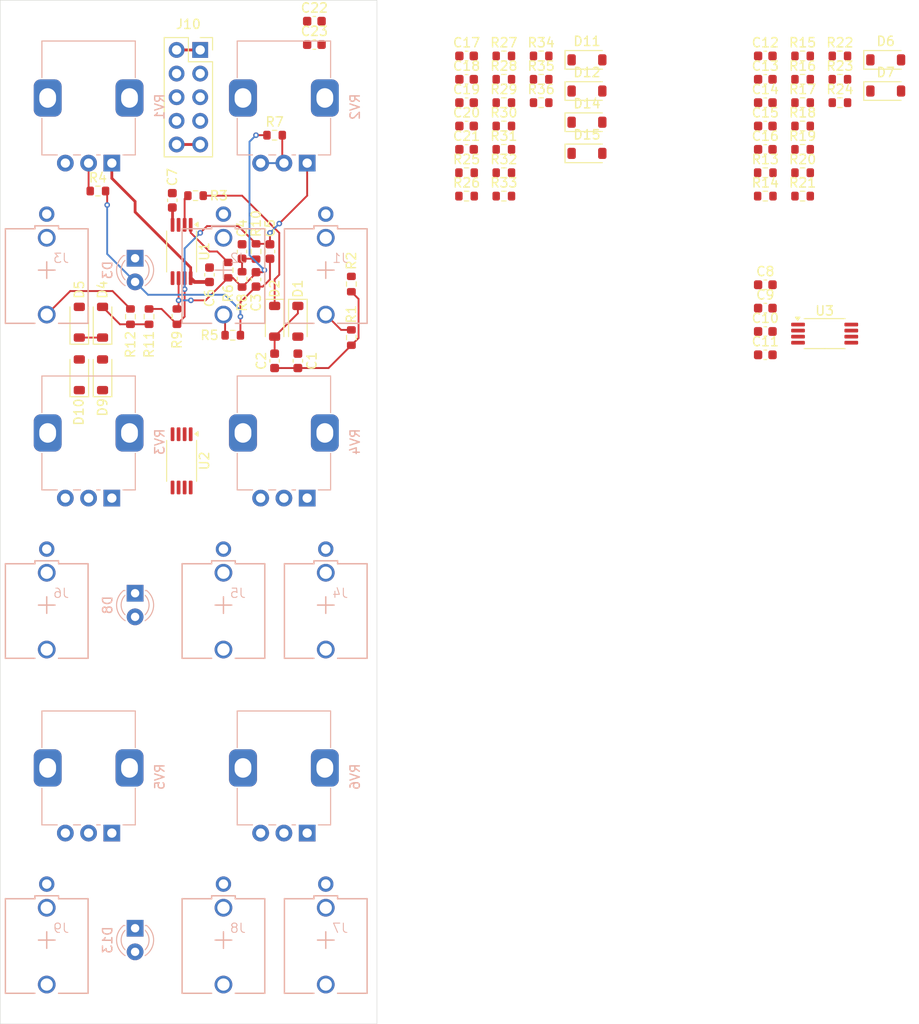
<source format=kicad_pcb>
(kicad_pcb (version 20240108) (generator "pcbnew") (generator_version "8.0")
  (layers (0 "F.Cu" signal) (31 "B.Cu" signal) (34 "B.Paste" user) (35 "F.Paste" user) (36 "B.SilkS" user "B.Silkscreen") (37 "F.SilkS" user "F.Silkscreen") (38 "B.Mask" user) (39 "F.Mask" user) (44 "Edge.Cuts" user))
  (net 0 "")
  (net 1 "GND")
  (net 2 "Net-(C1-Pad1)")
  (net 3 "Net-(D1-K)")
  (net 4 "Net-(U1B--)")
  (net 5 "Net-(D3-A)")
  (net 6 "Net-(C4-Pad1)")
  (net 7 "Net-(C5-Pad1)")
  (net 8 "+12V")
  (net 9 "-12V")
  (net 10 "Net-(C12-Pad1)")
  (net 11 "Net-(D6-K)")
  (net 12 "Net-(U2B--)")
  (net 13 "Net-(D8-A)")
  (net 14 "Net-(C15-Pad1)")
  (net 15 "Net-(C16-Pad1)")
  (net 16 "Net-(C17-Pad1)")
  (net 17 "Net-(D11-K)")
  (net 18 "Net-(D13-A)")
  (net 19 "Net-(U3B--)")
  (net 20 "Net-(C20-Pad1)")
  (net 21 "Net-(C21-Pad1)")
  (net 22 "Net-(D2-K)")
  (net 23 "Net-(D4-K)")
  (net 24 "Net-(D4-A)")
  (net 25 "Net-(D7-K)")
  (net 26 "Net-(D9-A)")
  (net 27 "Net-(D10-K)")
  (net 28 "Net-(D12-K)")
  (net 29 "Net-(D14-A)")
  (net 30 "Net-(D14-K)")
  (net 32 "Net-(J1-3)")
  (net 33 "Net-(J2-3)")
  (net 36 "Net-(J3-3)")
  (net 37 "Net-(J4-3)")
  (net 39 "Net-(J5-3)")
  (net 42 "Net-(J6-3)")
  (net 44 "Net-(J7-3)")
  (net 46 "Net-(J8-3)")
  (net 47 "Net-(J9-3)")
  (net 49 "Net-(U1A--)")
  (net 50 "Net-(R4-Pad1)")
  (net 51 "Net-(R6-Pad1)")
  (net 52 "Net-(R7-Pad2)")
  (net 53 "Net-(U2A--)")
  (net 54 "Net-(R16-Pad1)")
  (net 55 "Net-(R18-Pad1)")
  (net 56 "Net-(R19-Pad2)")
  (net 57 "Net-(U3A--)")
  (net 58 "Net-(R28-Pad1)")
  (net 59 "Net-(R30-Pad1)")
  (net 60 "Net-(R31-Pad2)")
  (footprint "Capacitor_SMD:C_0603_1608Metric" (layer "F.Cu") (at 73.1375 73.505)
    (property "Reference" "C19")
    (property "Value" "100nF")
  )
  (footprint "Resistor_SMD:R_0603_1608Metric" (layer "F.Cu") (at 50.5 89.5 90)
    (property "Reference" "R10")
    (property "Value" "100k")
  )
  (footprint "Capacitor_SMD:C_0603_1608Metric" (layer "F.Cu") (at 56.775 67.26)
    (property "Reference" "C23")
    (property "Value" "10uF")
  )
  (footprint "Capacitor_SMD:C_0603_1608Metric" (layer "F.Cu") (at 73.1375 76.015)
    (property "Reference" "C20")
    (property "Value" "100nF")
  )
  (footprint "Package_SO:TSSOP-8_4.4x3mm_P0.65mm" (layer "F.Cu") (at 42.5 89.5 -90)
    (property "Reference" "U1")
    (property "Value" "TL072")
  )
  (footprint "Resistor_SMD:R_0603_1608Metric" (layer "F.Cu") (at 77.1475 76.015)
    (property "Reference" "R30")
    (property "Value" "100k")
  )
  (footprint "Capacitor_SMD:C_0603_1608Metric" (layer "F.Cu") (at 55 101.25 90)
    (property "Reference" "C1")
    (property "Value" "100nF")
  )
  (footprint "Resistor_SMD:R_0603_1608Metric" (layer "F.Cu") (at 81.1575 70.995)
    (property "Reference" "R35")
    (property "Value" "1k")
  )
  (footprint "Resistor_SMD:R_0603_1608Metric" (layer "F.Cu") (at 49 92.5 90)
    (property "Reference" "R8")
    (property "Value" "100k")
  )
  (footprint "Resistor_SMD:R_0603_1608Metric" (layer "F.Cu") (at 47.5 91.5 -90)
    (property "Reference" "R6")
    (property "Value" "100k")
  )
  (footprint "Capacitor_SMD:C_0603_1608Metric" (layer "F.Cu") (at 105.2575 76.015)
    (property "Reference" "C15")
    (property "Value" "100nF")
  )
  (footprint "Diode_SMD:D_SOD-123" (layer "F.Cu") (at 118.2025 72.255)
    (property "Reference" "D7")
    (property "Value" "1N4148W")
  )
  (footprint "Connector_PinSocket_2.54mm:PinSocket_2x05_P2.54mm_Vertical" (layer "F.Cu") (at 44.5 67.84)
    (property "Reference" "J10")
    (property "Value" "Eurorack_Power_10pin_Unshrouded")
  )
  (footprint "Resistor_SMD:R_0603_1608Metric" (layer "F.Cu") (at 113.2775 70.995)
    (property "Reference" "R23")
    (property "Value" "1k")
  )
  (footprint "Diode_SMD:D_SOD-123" (layer "F.Cu") (at 118.2025 68.905)
    (property "Reference" "D6")
    (property "Value" "1N4148W")
  )
  (footprint "Resistor_SMD:R_0603_1608Metric" (layer "F.Cu") (at 109.2675 76.015)
    (property "Reference" "R18")
    (property "Value" "100k")
  )
  (footprint "Resistor_SMD:R_0603_1608Metric" (layer "F.Cu") (at 81.1575 68.485)
    (property "Reference" "R34")
    (property "Value" "100k")
  )
  (footprint "Diode_SMD:D_SOD-123" (layer "F.Cu") (at 86.0825 68.905)
    (property "Reference" "D11")
    (property "Value" "1N4148W")
  )
  (footprint "Diode_SMD:D_SOD-123" (layer "F.Cu") (at 86.0825 78.955)
    (property "Reference" "D15")
    (property "Value" "5.1V Zener")
  )
  (footprint "Resistor_SMD:R_0603_1608Metric" (layer "F.Cu") (at 109.2675 83.545)
    (property "Reference" "R21")
    (property "Value" "470k")
  )
  (footprint "Resistor_SMD:R_0603_1608Metric" (layer "F.Cu") (at 105.2575 81.035)
    (property "Reference" "R13")
    (property "Value" "10k")
  )
  (footprint "Diode_SMD:D_SOD-123" (layer "F.Cu") (at 34 97.1 90)
    (property "Reference" "D4")
    (property "Value" "5.1V Zener")
  )
  (footprint "Capacitor_SMD:C_0603_1608Metric" (layer "F.Cu") (at 105.2575 93.075)
    (property "Reference" "C8")
    (property "Value" "100nF")
  )
  (footprint "Resistor_SMD:R_0603_1608Metric" (layer "F.Cu") (at 77.1475 78.525)
    (property "Reference" "R31")
    (property "Value" "75k")
  )
  (footprint "Diode_SMD:D_SOD-123" (layer "F.Cu") (at 31.5 102.75 90)
    (property "Reference" "D10")
    (property "Value" "5.1V Zener")
  )
  (footprint "Capacitor_SMD:C_0603_1608Metric" (layer "F.Cu") (at 50.5 92.5 -90)
    (property "Reference" "C3")
    (property "Value" "100nF")
  )
  (footprint "Capacitor_SMD:C_0603_1608Metric" (layer "F.Cu") (at 105.2575 68.485)
    (property "Reference" "C12")
    (property "Value" "100nF")
  )
  (footprint "Capacitor_SMD:C_0603_1608Metric" (layer "F.Cu") (at 105.2575 100.605)
    (property "Reference" "C11")
    (property "Value" "100nF")
  )
  (footprint "Capacitor_SMD:C_0603_1608Metric" (layer "F.Cu") (at 73.1375 70.995)
    (property "Reference" "C18")
    (property "Value" "10nF")
  )
  (footprint "Resistor_SMD:R_0603_1608Metric" (layer "F.Cu") (at 109.2675 78.525)
    (property "Reference" "R19")
    (property "Value" "75k")
  )
  (footprint "Capacitor_SMD:C_0603_1608Metric" (layer "F.Cu") (at 73.1375 68.485)
    (property "Reference" "C17")
    (property "Value" "100nF")
  )
  (footprint "Resistor_SMD:R_0603_1608Metric" (layer "F.Cu") (at 109.2675 68.485)
    (property "Reference" "R15")
    (property "Value" "100k")
  )
  (footprint "Resistor_SMD:R_0603_1608Metric" (layer "F.Cu") (at 77.1475 81.035)
    (property "Reference" "R32")
    (property "Value" "100k")
  )
  (footprint "Resistor_SMD:R_0603_1608Metric" (layer "F.Cu") (at 60.75 93 -90)
    (property "Reference" "R2")
    (property "Value" "100k")
  )
  (footprint "Resistor_SMD:R_0603_1608Metric" (layer "F.Cu") (at 109.2675 73.505)
    (property "Reference" "R17")
    (property "Value" "100k")
  )
  (footprint "Package_SO:TSSOP-8_4.4x3mm_P0.65mm" (layer "F.Cu") (at 111.6375 98.325)
    (property "Reference" "U3")
    (property "Value" "TL072")
  )
  (footprint "Capacitor_SMD:C_0603_1608Metric" (layer "F.Cu") (at 105.2575 98.095)
    (property "Reference" "C10")
    (property "Value" "100nF")
  )
  (footprint "Diode_SMD:D_SOD-123" (layer "F.Cu") (at 86.0825 72.255)
    (property "Reference" "D12")
    (property "Value" "1N4148W")
  )
  (footprint "Resistor_SMD:R_0603_1608Metric" (layer "F.Cu") (at 77.1475 70.995)
    (property "Reference" "R28")
    (property "Value" "100k")
  )
  (footprint "Package_SO:TSSOP-8_4.4x3mm_P0.65mm" (layer "F.Cu") (at 42.5 112 -90)
    (property "Reference" "U2")
    (property "Value" "TL072")
  )
  (footprint "Resistor_SMD:R_0603_1608Metric" (layer "F.Cu") (at 48 98.5)
    (property "Reference" "R5")
    (property "Value" "100k")
  )
  (footprint "Resistor_SMD:R_0603_1608Metric" (layer "F.Cu") (at 77.1475 83.545)
    (property "Reference" "R33")
    (property "Value" "470k")
  )
  (footprint "Diode_SMD:D_SOD-123" (layer "F.Cu") (at 52.5 97 -90)
    (property "Reference" "D2")
    (property "Value" "1N4148W")
  )
  (footprint "Resistor_SMD:R_0603_1608Metric" (layer "F.Cu") (at 81.1575 73.505)
    (property "Reference" "R36")
    (property "Value" "1k")
  )
  (footprint "Diode_SMD:D_SOD-123" (layer "F.Cu") (at 31.5 97.1 90)
    (property "Reference" "D5")
    (property "Value" "5.1V Zener")
  )
  (footprint "Resistor_SMD:R_0603_1608Metric" (layer "F.Cu") (at 77.1475 68.485)
    (property "Reference" "R27")
    (property "Value" "100k")
  )
  (footprint "Resistor_SMD:R_0603_1608Metric" (layer "F.Cu") (at 77.1475 73.505)
    (property "Reference" "R29")
    (property "Value" "100k")
  )
  (footprint "Resistor_SMD:R_0603_1608Metric" (layer "F.Cu") (at 60.75 98.75 -90)
    (property "Reference" "R1")
    (property "Value" "10k")
  )
  (footprint "Capacitor_SMD:C_0603_1608Metric" (layer "F.Cu") (at 73.1375 78.525)
    (property "Reference" "C21")
    (property "Value" "100nF")
  )
  (footprint "Capacitor_SMD:C_0603_1608Metric" (layer "F.Cu") (at 45.5 92 90)
    (property "Reference" "C6")
    (property "Value" "100nF")
  )
  (footprint "Capacitor_SMD:C_0603_1608Metric" (layer "F.Cu") (at 52.5 101.25 90)
    (property "Reference" "C2")
    (property "Value" "10nF")
  )
  (footprint "Resistor_SMD:R_0603_1608Metric" (layer "F.Cu") (at 73.1375 83.545)
    (property "Reference" "R26")
    (property "Value" "100k")
  )
  (footprint "Capacitor_SMD:C_0603_1608Metric" (layer "F.Cu") (at 49 89.5 90)
    (property "Reference" "C4")
    (property "Value" "100nF")
  )
  (footprint "Capacitor_SMD:C_0603_1608Metric" (layer "F.Cu") (at 105.2575 73.505)
    (property "Reference" "C14")
    (property "Value" "100nF")
  )
  (footprint "Resistor_SMD:R_0603_1608Metric" (layer "F.Cu") (at 52.5 77)
    (property "Reference" "R7")
    (property "Value" "75k")
  )
  (footprint "Diode_SMD:D_SOD-123" (layer "F.Cu") (at 55 97 -90)
    (property "Reference" "D1")
    (property "Value" "1N4148W")
  )
  (footprint "Resistor_SMD:R_0603_1608Metric" (layer "F.Cu") (at 113.2775 68.485)
    (property "Reference" "R22")
    (property "Value" "100k")
  )
  (footprint "Resistor_SMD:R_0603_1608Metric" (layer "F.Cu") (at 33.5 83)
    (property "Reference" "R4")
    (property "Value" "100k")
  )
  (footprint "Capacitor_SMD:C_0603_1608Metric" (layer "F.Cu") (at 41.5 84 90)
    (property "Reference" "C7")
    (property "Value" "100nF")
  )
  (footprint "Resistor_SMD:R_0603_1608Metric" (layer "F.Cu") (at 44 83.5 180)
    (property "Reference" "R3")
    (property "Value" "100k")
  )
  (footprint "Resistor_SMD:R_0603_1608Metric" (layer "F.Cu") (at 73.1375 81.035)
    (property "Reference" "R25")
    (property "Value" "10k")
  )
  (footprint "Diode_SMD:D_SOD-123" (layer "F.Cu") (at 86.0825 75.605)
    (property "Reference" "D14")
    (property "Value" "5.1V Zener")
  )
  (footprint "Diode_SMD:D_SOD-123" (layer "F.Cu") (at 34 102.75 90)
    (property "Reference" "D9")
    (property "Value" "5.1V Zener")
  )
  (footprint "Capacitor_SMD:C_0603_1608Metric" (layer "F.Cu") (at 105.2575 78.525)
    (property "Reference" "C16")
    (property "Value" "100nF")
  )
  (footprint "Capacitor_SMD:C_0603_1608Metric" (layer "F.Cu") (at 105.2575 70.995)
    (property "Reference" "C13")
    (property "Value" "10nF")
  )
  (footprint "Resistor_SMD:R_0603_1608Metric" (layer "F.Cu") (at 109.2675 81.035)
    (property "Reference" "R20")
    (property "Value" "100k")
  )
  (footprint "Capacitor_SMD:C_0603_1608Metric" (layer "F.Cu") (at 56.775 64.75)
    (property "Reference" "C22")
    (property "Value" "10uF")
  )
  (footprint "Resistor_SMD:R_0603_1608Metric" (layer "F.Cu") (at 39 96.5 -90)
    (property "Reference" "R11")
    (property "Value" "1k")
  )
  (footprint "Resistor_SMD:R_0603_1608Metric" (layer "F.Cu") (at 113.2775 73.505)
    (property "Reference" "R24")
    (property "Value" "1k")
  )
  (footprint "Resistor_SMD:R_0603_1608Metric" (layer "F.Cu") (at 37 96.5 90)
    (property "Reference" "R12")
    (property "Value" "1k")
  )
  (footprint "Resistor_SMD:R_0603_1608Metric" (layer "F.Cu") (at 105.2575 83.545)
    (property "Reference" "R14")
    (property "Value" "100k")
  )
  (footprint "Capacitor_SMD:C_0603_1608Metric" (layer "F.Cu") (at 105.2575 95.585)
    (property "Reference" "C9")
    (property "Value" "100nF")
  )
  (footprint "Resistor_SMD:R_0603_1608Metric" (layer "F.Cu") (at 109.2675 70.995)
    (property "Reference" "R16")
    (property "Value" "100k")
  )
  (footprint "Resistor_SMD:R_0603_1608Metric" (layer "F.Cu") (at 42 96.5 -90)
    (property "Reference" "R9")
    (property "Value" "470k")
  )
  (footprint "Capacitor_SMD:C_0603_1608Metric" (layer "F.Cu") (at 52 89.5 -90)
    (property "Reference" "C5")
    (property "Value" "100nF")
  )
  (footprint "Potentiometer_THT:Potentiometer_Alps_RK09K_Single_Vertical" (layer "B.Cu") (at 35 80 90)
    (property "Reference" "RV1")
    (property "Value" "100k")
  )
  (footprint "eurorack-jacks:Thonkiconn-Jack" (layer "B.Cu") (at 58 127.5 180)
    (property "Reference" "J4")
    (property "Value" "~")
  )
  (footprint "LED_THT:LED_D3.0mm" (layer "B.Cu") (at 37.5 90.225 -90)
    (property "Reference" "D3")
    (property "Value" "LED")
  )
  (footprint "Potentiometer_THT:Potentiometer_Alps_RK09K_Single_Vertical" (layer "B.Cu") (at 35 116 90)
    (property "Reference" "RV3")
    (property "Value" "100k")
  )
  (footprint "eurorack-jacks:Thonkiconn-Jack" (layer "B.Cu") (at 28 163.5 180)
    (property "Reference" "J9")
    (property "Value" "~")
  )
  (footprint "eurorack-jacks:Thonkiconn-Jack" (layer "B.Cu") (at 28 91.5 180)
    (property "Reference" "J3")
    (property "Value" "~")
  )
  (footprint "eurorack-jacks:Thonkiconn-Jack" (layer "B.Cu") (at 47 91.5 180)
    (property "Reference" "J2")
    (property "Value" "~")
  )
  (footprint "Potentiometer_THT:Potentiometer_Alps_RK09K_Single_Vertical" (layer "B.Cu") (at 56 80 90)
    (property "Reference" "RV2")
    (property "Value" "100k")
  )
  (footprint "Potentiometer_THT:Potentiometer_Alps_RK09K_Single_Vertical" (layer "B.Cu") (at 35 152 90)
    (property "Reference" "RV5")
    (property "Value" "100k")
  )
  (footprint "eurorack-jacks:Thonkiconn-Jack" (layer "B.Cu") (at 58 163.5 180)
    (property "Reference" "J7")
    (property "Value" "~")
  )
  (footprint "Potentiometer_THT:Potentiometer_Alps_RK09K_Single_Vertical" (layer "B.Cu") (at 56 152 90)
    (property "Reference" "RV6")
    (property "Value" "100k")
  )
  (footprint "LED_THT:LED_D3.0mm" (layer "B.Cu") (at 37.5 162.225 -90)
    (property "Reference" "D13")
    (property "Value" "LED")
  )
  (footprint "LED_THT:LED_D3.0mm" (layer "B.Cu") (at 37.5 126.225 -90)
    (property "Reference" "D8")
    (property "Value" "LED")
  )
  (footprint "Potentiometer_THT:Potentiometer_Alps_RK09K_Single_Vertical" (layer "B.Cu") (at 56 116 90)
    (property "Reference" "RV4")
    (property "Value" "100k")
  )
  (footprint "eurorack-jacks:Thonkiconn-Jack" (layer "B.Cu") (at 47 163.5 180)
    (property "Reference" "J8")
    (property "Value" "~")
  )
  (footprint "eurorack-jacks:Thonkiconn-Jack" (layer "B.Cu") (at 47 127.5 180)
    (property "Reference" "J5")
    (property "Value" "~")
  )
  (footprint "eurorack-jacks:Thonkiconn-Jack" (layer "B.Cu") (at 28 127.5 180)
    (property "Reference" "J6")
    (property "Value" "~")
  )
  (footprint "eurorack-jacks:Thonkiconn-Jack" (layer "B.Cu") (at 58 91.5 180)
    (property "Reference" "J1")
    (property "Value" "~")
  )
  (gr_rect (start 23 62.5) (end 63.5 172.5) (stroke (width 0.05)) (fill none) (layer "Edge.Cuts"))
  (segment (start 61.525 98.8) (end 61.525 94.6) (width 0.2) (layer "F.Cu") (net 2))
  (segment (start 52.5 102.025) (end 55 102.025) (width 0.2) (layer "F.Cu") (net 2))
  (segment (start 55 102.025) (end 58.3 102.025) (width 0.2) (layer "F.Cu") (net 2))
  (segment (start 58.3 102.025) (end 60.75 99.575) (width 0.2) (layer "F.Cu") (net 2))
  (segment (start 60.75 99.575) (end 61.525 98.8) (width 0.2) (layer "F.Cu") (net 2))
  (segment (start 61.525 94.6) (end 60.75 93.825) (width 0.2) (layer "F.Cu") (net 2))
  (segment (start 55 96.15) (end 52.5 98.65) (width 0.2) (layer "F.Cu") (net 3))
  (segment (start 55 95.35) (end 55 96.15) (width 0.2) (layer "F.Cu") (net 3))
  (segment (start 52.5 100.475) (end 52.5 98.65) (width 0.2) (layer "F.Cu") (net 3))
  (segment (start 42.175 94.75) (end 42.175 95.5) (width 0.2) (layer "F.Cu") (net 4))
  (segment (start 50.5 91.725) (end 50.5 91.825) (width 0.2) (layer "F.Cu") (net 4))
  (segment (start 50.5 77) (end 51.675 77) (width 0.2) (layer "F.Cu") (net 4))
  (segment (start 47.5 92.325) (end 48 92.325) (width 0.2) (layer "F.Cu") (net 4))
  (segment (start 45.075 94.75) (end 47.5 92.325) (width 0.2) (layer "F.Cu") (net 4))
  (segment (start 43.5 94.75) (end 45.075 94.75) (width 0.2) (layer "F.Cu") (net 4))
  (segment (start 50.5 91.725) (end 51.175 91.725) (width 0.2) (layer "F.Cu") (net 4))
  (segment (start 51.175 91.725) (end 51.4 91.5) (width 0.2) (layer "F.Cu") (net 4))
  (segment (start 42.175 95.5) (end 42 95.675) (width 0.2) (layer "F.Cu") (net 4))
  (segment (start 42.175 92.3625) (end 42.175 94.75) (width 0.2) (layer "F.Cu") (net 4))
  (segment (start 48 92.325) (end 49 93.325) (width 0.2) (layer "F.Cu") (net 4))
  (segment (start 50.5 91.825) (end 49 93.325) (width 0.2) (layer "F.Cu") (net 4))
  (via (at 43.5 94.75) (size 0.6) (drill 0.3) (layers "F.Cu" "B.Cu") (net 4))
  (via (at 42.175 94.75) (size 0.6) (drill 0.3) (layers "F.Cu" "B.Cu") (net 4))
  (via (at 51.4 91.5) (size 0.6) (drill 0.3) (layers "F.Cu" "B.Cu") (net 4))
  (via (at 50.5 77) (size 0.6) (drill 0.3) (layers "F.Cu" "B.Cu") (net 4))
  (segment (start 51.4 91.5) (end 49.8 89.9) (width 0.2) (layer "B.Cu") (net 4))
  (segment (start 49.8 89.9) (end 49.8 77.7) (width 0.2) (layer "B.Cu") (net 4))
  (segment (start 49.8 77.7) (end 50.5 77) (width 0.2) (layer "B.Cu") (net 4))
  (segment (start 43.5 94.75) (end 42.175 94.75) (width 0.2) (layer "B.Cu") (net 4))
  (segment (start 51.225 93.275) (end 50.5 93.275) (width 0.2) (layer "F.Cu") (net 5))
  (segment (start 48.825 94.95) (end 50.5 93.275) (width 0.2) (layer "F.Cu") (net 5))
  (segment (start 48.825 98.5) (end 48.825 96.5) (width 0.2) (layer "F.Cu") (net 5))
  (segment (start 34.5 84.5) (end 34.5 83.175) (width 0.2) (layer "F.Cu") (net 5))
  (segment (start 48.825 96.5) (end 48.825 94.95) (width 0.2) (layer "F.Cu") (net 5))
  (segment (start 34.5 83.175) (end 34.325 83) (width 0.2) (layer "F.Cu") (net 5))
  (segment (start 52 92.5) (end 51.225 93.275) (width 0.2) (layer "F.Cu") (net 5))
  (segment (start 52 90.275) (end 52 92.5) (width 0.2) (layer "F.Cu") (net 5))
  (via (at 34.5 84.5) (size 0.6) (drill 0.3) (layers "F.Cu" "B.Cu") (net 5))
  (via (at 48.825 96.5) (size 0.6) (drill 0.3) (layers "F.Cu" "B.Cu") (net 5))
  (segment (start 48.825 95.825) (end 47.15 94.15) (width 0.2) (layer "B.Cu") (net 5))
  (segment (start 34.5 89.765) (end 34.5 84.5) (width 0.2) (layer "B.Cu") (net 5))
  (segment (start 48.825 96.5) (end 48.825 95.825) (width 0.2) (layer "B.Cu") (net 5))
  (segment (start 38.885 94.15) (end 37.5 92.765) (width 0.2) (layer "B.Cu") (net 5))
  (segment (start 47.15 94.15) (end 38.885 94.15) (width 0.2) (layer "B.Cu") (net 5))
  (segment (start 37.5 92.765) (end 34.5 89.765) (width 0.2) (layer "B.Cu") (net 5))
  (segment (start 50.45 90.275) (end 50.5 90.325) (width 0.2) (layer "F.Cu") (net 6))
  (segment (start 49 90.275) (end 50.45 90.275) (width 0.2) (layer "F.Cu") (net 6))
  (segment (start 49 90.275) (end 49 91.675) (width 0.2) (layer "F.Cu") (net 6))
  (segment (start 48.5955 86.7705) (end 50.5 88.675) (width 0.2) (layer "F.Cu") (net 7))
  (segment (start 53 86.5) (end 56 83.5) (width 0.2) (layer "F.Cu") (net 7))
  (segment (start 50.5 88.675) (end 51.95 88.675) (width 0.2) (layer "F.Cu") (net 7))
  (segment (start 44.5 87.5) (end 45.2295 86.7705) (width 0.2) (layer "F.Cu") (net 7))
  (segment (start 51.95 88.675) (end 52 88.725) (width 0.2) (layer "F.Cu") (net 7))
  (segment (start 42.825 96.5) (end 42 97.325) (width 0.2) (layer "F.Cu") (net 7))
  (segment (start 42.825 92.3625) (end 42.825 96.5) (width 0.2) (layer "F.Cu") (net 7))
  (segment (start 40.35 95.675) (end 42 97.325) (width 0.2) (layer "F.Cu") (net 7))
  (segment (start 39 95.675) (end 40.35 95.675) (width 0.2) (layer "F.Cu") (net 7))
  (segment (start 56 83.5) (end 56 80) (width 0.2) (layer "F.Cu") (net 7))
  (segment (start 45.2295 86.7705) (end 48.5955 86.7705) (width 0.2) (layer "F.Cu") (net 7))
  (segment (start 52 88.725) (end 52 87.5) (width 0.2) (layer "F.Cu") (net 7))
  (segment (start 42.825 93.55) (end 42.825 92.3625) (width 0.2) (layer "F.Cu") (net 7))
  (via (at 44.5 87.5) (size 0.6) (drill 0.3) (layers "F.Cu" "B.Cu") (net 7))
  (via (at 42.825 93.55) (size 0.6) (drill 0.3) (layers "F.Cu" "B.Cu") (net 7))
  (via (at 53 86.5) (size 0.6) (drill 0.3) (layers "F.Cu" "B.Cu") (net 7))
  (via (at 52 87.5) (size 0.6) (drill 0.3) (layers "F.Cu" "B.Cu") (net 7))
  (segment (start 52 87.5) (end 53 86.5) (width 0.2) (layer "B.Cu") (net 7))
  (segment (start 42.825 93.55) (end 42.825 89.175) (width 0.2) (layer "B.Cu") (net 7))
  (segment (start 42.825 89.175) (end 44.5 87.5) (width 0.2) (layer "B.Cu") (net 7))
  (segment (start 43.475 92.3625) (end 43.8875 92.775) (width 0.4) (layer "F.Cu") (net 8))
  (segment (start 35 81.630588) (end 37.5 84.130588) (width 0.3) (layer "F.Cu") (net 8))
  (segment (start 43.8875 92.775) (end 45.5 92.775) (width 0.4) (layer "F.Cu") (net 8))
  (segment (start 37.5 84.130588) (end 37.5 85.25) (width 0.3) (layer "F.Cu") (net 8))
  (segment (start 43.475 91.225) (end 43.475 92.3625) (width 0.3) (layer "F.Cu") (net 8))
  (segment (start 44.5 67.84) (end 41.96 67.84) (width 0.3) (layer "F.Cu") (net 8))
  (segment (start 35 80) (end 35 81.630588) (width 0.3) (layer "F.Cu") (net 8))
  (segment (start 37.5 85.25) (end 43.475 91.225) (width 0.3) (layer "F.Cu") (net 8))
  (segment (start 41.525 84.8) (end 41.5 84.775) (width 0.3) (layer "F.Cu") (net 9))
  (segment (start 44.5 78) (end 41.96 78) (width 0.3) (layer "F.Cu") (net 9))
  (segment (start 41.525 86.6375) (end 41.525 84.8) (width 0.3) (layer "F.Cu") (net 9))
  (segment (start 52.5 95.35) (end 52.5 92.5) (width 0.2) (layer "F.Cu") (net 22))
  (segment (start 53 92) (end 53 87.5) (width 0.2) (layer "F.Cu") (net 22))
  (segment (start 53 87.5) (end 49 83.5) (width 0.2) (layer "F.Cu") (net 22))
  (segment (start 49 83.5) (end 44.825 83.5) (width 0.2) (layer "F.Cu") (net 22))
  (segment (start 52.5 92.5) (end 53 92) (width 0.2) (layer "F.Cu") (net 22))
  (segment (start 52.5 95.35) (end 52.475 95.35) (width 0.2) (layer "F.Cu") (net 22))
  (segment (start 31.5 98.75) (end 34 98.75) (width 0.2) (layer "F.Cu") (net 23))
  (segment (start 35.875 97.325) (end 34 95.45) (width 0.2) (layer "F.Cu") (net 24))
  (segment (start 39 97.325) (end 37 97.325) (width 0.2) (layer "F.Cu") (net 24))
  (segment (start 37 97.325) (end 35.875 97.325) (width 0.2) (layer "F.Cu") (net 24))
  (segment (start 57.9995 96.8245) (end 57.9995 96.278) (width 0.2) (layer "F.Cu") (net 32))
  (segment (start 59.6465 97.925) (end 57.9995 96.278) (width 0.2) (layer "F.Cu") (net 32))
  (segment (start 60.75 97.925) (end 59.6465 97.925) (width 0.2) (layer "F.Cu") (net 32))
  (segment (start 47.175 96.4535) (end 46.9995 96.278) (width 0.2) (layer "F.Cu") (net 33))
  (segment (start 47.175 98.5) (end 47.175 96.4535) (width 0.2) (layer "F.Cu") (net 33))
  (segment (start 37 95.675) (end 35.075 93.75) (width 0.2) (layer "F.Cu") (net 36))
  (segment (start 35.075 93.75) (end 30.5275 93.75) (width 0.2) (layer "F.Cu") (net 36))
  (segment (start 30.5275 93.75) (end 27.9995 96.278) (width 0.2) (layer "F.Cu") (net 36))
  (segment (start 42.825 83.85) (end 43.175 83.5) (width 0.2) (layer "F.Cu") (net 49))
  (segment (start 42.825 86.6375) (end 42.825 83.85) (width 0.2) (layer "F.Cu") (net 49))
  (segment (start 32.5 82.825) (end 32.675 83) (width 0.2) (layer "F.Cu") (net 50))
  (segment (start 32.5 80) (end 32.5 82.825) (width 0.2) (layer "F.Cu") (net 50))
  (segment (start 46.325 89.5) (end 47.5 90.675) (width 0.2) (layer "F.Cu") (net 51))
  (segment (start 45.5 89.5) (end 46.325 89.5) (width 0.2) (layer "F.Cu") (net 51))
  (segment (start 43.475 87.475) (end 45.5 89.5) (width 0.2) (layer "F.Cu") (net 51))
  (segment (start 43.475 86.6375) (end 43.475 87.475) (width 0.2) (layer "F.Cu") (net 51))
  (segment (start 53.325 77) (end 53.325 79.825) (width 0.2) (layer "F.Cu") (net 52))
  (segment (start 53.325 79.825) (end 53.5 80) (width 0.2) (layer "F.Cu") (net 52))
  (segment (start 51 80) (end 53.5 80) (width 0.2) (layer "B.Cu") (net 52))
)
</source>
